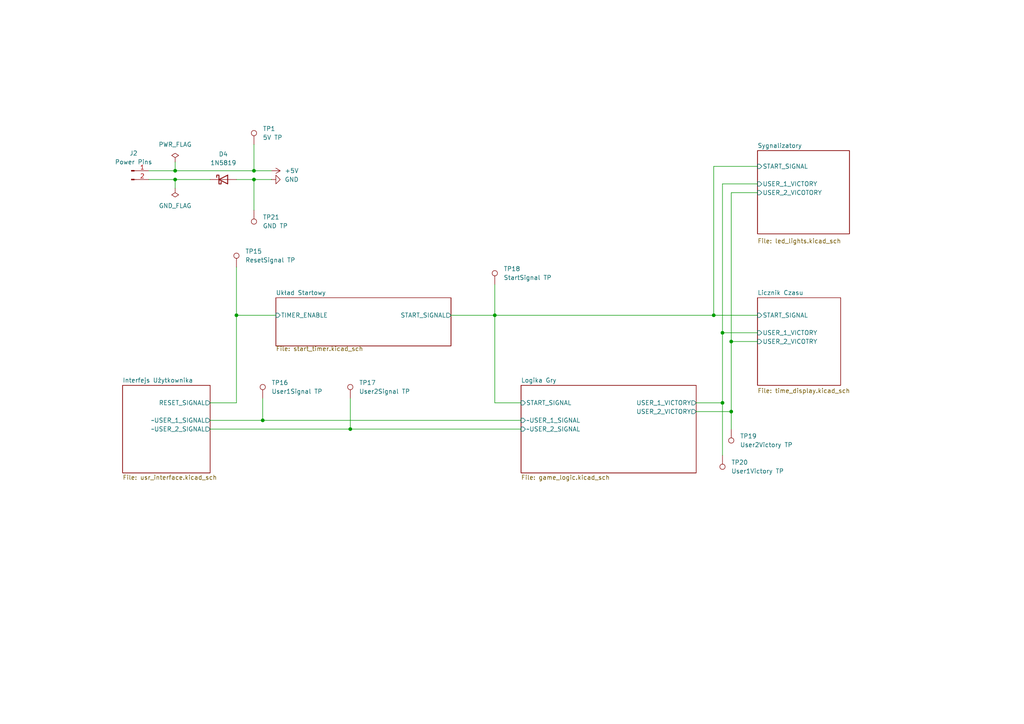
<source format=kicad_sch>
(kicad_sch (version 20231120) (generator "eeschema") (generator_version "8.0")
  (paper "A4")
  (lib_symbols
    (symbol "Connector:Conn_01x02_Pin" (pin_names (offset 1.016) hide)
      (property "Reference" "J" (at 0 2.54 0))
      (property "Value" "Conn_01x02_Pin" (at 0 -5.08 0))
      (symbol "Conn_01x02_Pin_1_1"
        (polyline (pts (xy 1.27 -2.54) (xy 0.8636 -2.54)) (stroke (width 0.1524)))
        (polyline (pts (xy 1.27 0) (xy 0.8636 0)) (stroke (width 0.1524)))
        (rectangle (start 0.8636 -2.413) (end 0 -2.667) (stroke (width 0.1524)) (fill (type outline)))
        (rectangle (start 0.8636 0.127) (end 0 -0.127) (stroke (width 0.1524)) (fill (type outline)))
        (pin passive line (at 5.08 0 180) (length 3.81) (name "Pin_1") (number "1"))
        (pin passive line (at 5.08 -2.54 180) (length 3.81) (name "Pin_2") (number "2"))
      )
    )
    (symbol "Connector:TestPoint" (pin_numbers hide) (pin_names (offset 0.762) hide)
      (property "Reference" "TP" (at 0 6.858 0))
      (property "Value" "TestPoint" (at 0 5.08 0))
      (symbol "TestPoint_0_1"
        (circle (center 0 3.302) (radius 0.762))
      )
      (symbol "TestPoint_1_1"
        (pin passive line (at 0 0 90) (length 2.54) (name "1") (number "1"))
      )
    )
    (symbol "Diode:1N5819" (pin_numbers hide) (pin_names (offset 1.016) hide)
      (property "Reference" "D" (at 0 2.54 0))
      (property "Value" "1N5819" (at 0 -2.54 0))
      (symbol "1N5819_0_1"
        (polyline (pts (xy 1.27 0) (xy -1.27 0)))
        (polyline (pts (xy 1.27 1.27) (xy 1.27 -1.27) (xy -1.27 0) (xy 1.27 1.27)) (stroke (width 0.254)))
        (polyline (pts (xy -1.905 0.635) (xy -1.905 1.27) (xy -1.27 1.27) (xy -1.27 -1.27) (xy -0.635 -1.27) (xy -0.635 -0.635)) (stroke (width 0.254)))
      )
      (symbol "1N5819_1_1"
        (pin passive line (at -3.81 0 0) (length 2.54) (name "K") (number "1"))
        (pin passive line (at 3.81 0 180) (length 2.54) (name "A") (number "2"))
      )
    )
    (symbol "power:+5V" (power) (pin_numbers hide) (pin_names (offset 0) hide)
      (property "Value" "+5V" (at 0 3.556 0))
      (symbol "+5V_0_1"
        (polyline (pts (xy -0.762 1.27) (xy 0 2.54)))
        (polyline (pts (xy 0 0) (xy 0 2.54)))
        (polyline (pts (xy 0 2.54) (xy 0.762 1.27)))
      )
      (symbol "+5V_1_1"
        (pin power_in line (at 0 0 90) (length 0) (name "~") (number "1"))
      )
    )
    (symbol "power:GND" (power) (pin_numbers hide) (pin_names (offset 0) hide)
      (property "Value" "GND" (at 0 -3.81 0))
      (symbol "GND_0_1"
        (polyline (pts (xy 0 0) (xy 0 -1.27) (xy 1.27 -1.27) (xy 0 -2.54) (xy -1.27 -1.27) (xy 0 -1.27)))
      )
      (symbol "GND_1_1"
        (pin power_in line (at 0 0 270) (length 0) (name "~") (number "1"))
      )
    )
    (symbol "power:PWR_FLAG" (power) (pin_numbers hide) (pin_names (offset 0) hide)
      (property "Value" "PWR_FLAG" (at 0 3.81 0))
      (symbol "PWR_FLAG_0_0"
        (pin power_out line (at 0 0 90) (length 0) (name "~") (number "1"))
      )
      (symbol "PWR_FLAG_0_1"
        (polyline (pts (xy 0 0) (xy 0 1.27) (xy -1.016 1.905) (xy 0 2.54) (xy 1.016 1.905) (xy 0 1.27)))
      )
    )
  )
  (junction (at 101.6 124.46))
  (junction (at 73.66 52.07))
  (junction (at 212.09 119.38))
  (junction (at 143.51 91.44))
  (junction (at 207.01 91.44))
  (junction (at 76.2 121.92))
  (junction (at 50.8 52.07))
  (junction (at 50.8 49.53))
  (junction (at 209.55 116.84))
  (junction (at 212.09 99.06))
  (junction (at 68.58 91.44))
  (junction (at 73.66 49.53))
  (junction (at 209.55 96.52))
  (wire (pts (xy 201.93 119.38) (xy 212.09 119.38)))
  (wire (pts (xy 43.18 49.53) (xy 50.8 49.53)))
  (wire (pts (xy 60.96 124.46) (xy 101.6 124.46)))
  (wire (pts (xy 219.71 91.44) (xy 207.01 91.44)))
  (wire (pts (xy 73.66 52.07) (xy 73.66 60.96)))
  (wire (pts (xy 50.8 52.07) (xy 50.8 54.61)))
  (wire (pts (xy 130.81 91.44) (xy 143.51 91.44)))
  (wire (pts (xy 68.58 91.44) (xy 68.58 116.84)))
  (wire (pts (xy 143.51 91.44) (xy 143.51 116.84)))
  (wire (pts (xy 143.51 82.55) (xy 143.51 91.44)))
  (wire (pts (xy 143.51 116.84) (xy 151.13 116.84)))
  (wire (pts (xy 73.66 41.91) (xy 73.66 49.53)))
  (wire (pts (xy 219.71 55.88) (xy 212.09 55.88)))
  (wire (pts (xy 101.6 124.46) (xy 151.13 124.46)))
  (wire (pts (xy 78.74 49.53) (xy 73.66 49.53)))
  (wire (pts (xy 50.8 46.99) (xy 50.8 49.53)))
  (wire (pts (xy 209.55 96.52) (xy 219.71 96.52)))
  (wire (pts (xy 212.09 119.38) (xy 212.09 99.06)))
  (wire (pts (xy 76.2 121.92) (xy 151.13 121.92)))
  (wire (pts (xy 73.66 52.07) (xy 68.58 52.07)))
  (wire (pts (xy 78.74 52.07) (xy 73.66 52.07)))
  (wire (pts (xy 68.58 77.47) (xy 68.58 91.44)))
  (wire (pts (xy 212.09 119.38) (xy 212.09 124.46)))
  (wire (pts (xy 50.8 49.53) (xy 73.66 49.53)))
  (wire (pts (xy 68.58 91.44) (xy 80.01 91.44)))
  (wire (pts (xy 60.96 121.92) (xy 76.2 121.92)))
  (wire (pts (xy 212.09 99.06) (xy 219.71 99.06)))
  (wire (pts (xy 207.01 48.26) (xy 207.01 91.44)))
  (wire (pts (xy 43.18 52.07) (xy 50.8 52.07)))
  (wire (pts (xy 209.55 116.84) (xy 209.55 96.52)))
  (wire (pts (xy 219.71 53.34) (xy 209.55 53.34)))
  (wire (pts (xy 209.55 116.84) (xy 209.55 132.08)))
  (wire (pts (xy 201.93 116.84) (xy 209.55 116.84)))
  (wire (pts (xy 212.09 55.88) (xy 212.09 99.06)))
  (wire (pts (xy 207.01 91.44) (xy 143.51 91.44)))
  (wire (pts (xy 101.6 115.57) (xy 101.6 124.46)))
  (wire (pts (xy 76.2 115.57) (xy 76.2 121.92)))
  (wire (pts (xy 219.71 48.26) (xy 207.01 48.26)))
  (wire (pts (xy 209.55 53.34) (xy 209.55 96.52)))
  (wire (pts (xy 68.58 116.84) (xy 60.96 116.84)))
  (wire (pts (xy 60.96 52.07) (xy 50.8 52.07)))
  (symbol (lib_id "Connector:TestPoint") (at 76.2 115.57 0) (unit 1)
    (property "Reference" "TP16" (at 78.74 110.9979 0) (effects (justify left)))
    (property "Value" "User1Signal TP" (at 78.74 113.5379 0) (effects (justify left)))
    (property "Footprint" "Connector_PinHeader_2.54mm:PinHeader_1x01_P2.54mm_Vertical" (effects (hide yes)))
    (property "Description" "test point" (effects (hide yes)))
  )
  (symbol (lib_id "Connector:TestPoint") (at 73.66 41.91 0) (unit 1)
    (property "Reference" "TP1" (at 76.2 37.3379 0) (effects (justify left)))
    (property "Value" "5V TP" (at 76.2 39.8779 0) (effects (justify left)))
    (property "Footprint" "Connector_PinHeader_2.54mm:PinHeader_1x01_P2.54mm_Vertical" (effects (hide yes)))
    (property "Description" "test point" (effects (hide yes)))
  )
  (symbol (lib_id "Connector:TestPoint") (at 209.55 132.08 180) (unit 1)
    (property "Reference" "TP20" (at 212.09 134.1119 0) (effects (justify right)))
    (property "Value" "User1Victory TP" (at 212.09 136.6519 0) (effects (justify right)))
    (property "Footprint" "Connector_PinHeader_2.54mm:PinHeader_1x01_P2.54mm_Vertical" (effects (hide yes)))
    (property "Description" "test point" (effects (hide yes)))
  )
  (symbol (lib_id "power:GND") (at 78.74 52.07 90) (unit 1)
    (property "Reference" "#PWR032" (effects (hide yes)))
    (property "Value" "GND" (at 82.55 52.0699 90) (effects (justify right)))
    (property "Description" "Power symbol creates a global label with name \"GND\" , ground" (effects (hide yes)))
  )
  (symbol (lib_id "Connector:TestPoint") (at 73.66 60.96 180) (unit 1)
    (property "Reference" "TP21" (at 76.2 62.9919 0) (effects (justify right)))
    (property "Value" "GND TP" (at 76.2 65.5319 0) (effects (justify right)))
    (property "Footprint" "Connector_PinHeader_2.54mm:PinHeader_1x01_P2.54mm_Vertical" (effects (hide yes)))
    (property "Description" "test point" (effects (hide yes)))
  )
  (symbol (lib_id "power:+5V") (at 78.74 49.53 270) (unit 1)
    (property "Reference" "#PWR031" (effects (hide yes)))
    (property "Value" "+5V" (at 82.55 49.5299 90) (effects (justify left)))
    (property "Description" "Power symbol creates a global label with name \"+5V\"" (effects (hide yes)))
  )
  (symbol (lib_id "power:PWR_FLAG") (at 50.8 46.99 0) (unit 1)
    (property "Reference" "#FLG01" (effects (hide yes)))
    (property "Value" "PWR_FLAG" (at 50.8 41.91 0))
    (property "Description" "Special symbol for telling ERC where power comes from" (effects (hide yes)))
  )
  (symbol (lib_id "Diode:1N5819") (at 64.77 52.07 0) (unit 1)
    (property "Reference" "D4" (at 64.77 44.704 0))
    (property "Value" "1N5819" (at 64.77 47.244 0))
    (property "Footprint" "Diode_THT:D_DO-41_SOD81_P10.16mm_Horizontal" (effects (hide yes)))
    (property "Datasheet" "http://www.vishay.com/docs/88525/1n5817.pdf" (effects (hide yes)))
    (property "Description" "40V 1A Schottky Barrier Rectifier Diode, DO-41" (effects (hide yes)))
  )
  (symbol (lib_id "Connector:TestPoint") (at 101.6 115.57 0) (unit 1)
    (property "Reference" "TP17" (at 104.14 110.9979 0) (effects (justify left)))
    (property "Value" "User2Signal TP" (at 104.14 113.5379 0) (effects (justify left)))
    (property "Footprint" "Connector_PinHeader_2.54mm:PinHeader_1x01_P2.54mm_Vertical" (effects (hide yes)))
    (property "Description" "test point" (effects (hide yes)))
  )
  (symbol (lib_id "Connector:Conn_01x02_Pin") (at 38.1 49.53 0) (unit 1)
    (property "Reference" "J2" (at 38.735 44.45 0))
    (property "Value" "Power Pins" (at 38.735 46.99 0))
    (property "Footprint" "Connector_Molex:Molex_KK-254_AE-6410-02A_1x02_P2.54mm_Vertical" (effects (hide yes)))
    (property "Description" "Generic connector, single row, 01x02, script generated" (effects (hide yes)))
  )
  (symbol (lib_id "Connector:TestPoint") (at 68.58 77.47 0) (unit 1)
    (property "Reference" "TP15" (at 71.12 72.8979 0) (effects (justify left)))
    (property "Value" "ResetSignal TP" (at 71.12 75.4379 0) (effects (justify left)))
    (property "Footprint" "Connector_PinHeader_2.54mm:PinHeader_1x01_P2.54mm_Vertical" (effects (hide yes)))
    (property "Description" "test point" (effects (hide yes)))
  )
  (symbol (lib_id "power:PWR_FLAG") (at 50.8 54.61 180) (unit 1)
    (property "Reference" "#FLG02" (effects (hide yes)))
    (property "Value" "GND_FLAG" (at 50.8 59.69 0))
    (property "Description" "Special symbol for telling ERC where power comes from" (effects (hide yes)))
  )
  (symbol (lib_id "Connector:TestPoint") (at 212.09 124.46 180) (unit 1)
    (property "Reference" "TP19" (at 214.63 126.4919 0) (effects (justify right)))
    (property "Value" "User2Victory TP" (at 214.63 129.0319 0) (effects (justify right)))
    (property "Footprint" "Connector_PinHeader_2.54mm:PinHeader_1x01_P2.54mm_Vertical" (effects (hide yes)))
    (property "Description" "test point" (effects (hide yes)))
  )
  (symbol (lib_id "Connector:TestPoint") (at 143.51 82.55 0) (unit 1)
    (property "Reference" "TP18" (at 146.05 77.9779 0) (effects (justify left)))
    (property "Value" "StartSignal TP" (at 146.05 80.5179 0) (effects (justify left)))
    (property "Footprint" "Connector_PinHeader_2.54mm:PinHeader_1x01_P2.54mm_Vertical" (effects (hide yes)))
    (property "Description" "test point" (effects (hide yes)))
  )
  (sheet (at 80.01 86.36) (size 50.8 13.97) (stroke (width 0.1524))
    (property "Sheetname" "Układ Startowy" (at 80.01 85.6484 0) (effects (justify left bottom)))
    (property "Sheetfile" "start_timer.kicad_sch" (at 80.01 100.4066 0) (effects (justify left top)))
    (pin "START_SIGNAL" output (at 130.81 91.44 0))
    (pin "TIMER_ENABLE" input (at 80.01 91.44 180))
  )
  (sheet (at 219.71 43.688) (size 26.67 24.13) (stroke (width 0.1524))
    (property "Sheetname" "Sygnalizatory" (at 219.71 42.9764 0) (effects (justify left bottom)))
    (property "Sheetfile" "led_lights.kicad_sch" (at 219.71 69.1646 0) (effects (justify left top)))
    (pin "USER_2_VICOTORY" input (at 219.71 55.88 180))
    (pin "USER_1_VICTORY" input (at 219.71 53.34 180))
    (pin "START_SIGNAL" input (at 219.71 48.26 180))
  )
  (sheet (at 151.13 111.76) (size 50.8 25.4) (stroke (width 0.1524))
    (property "Sheetname" "Logika Gry" (at 151.13 111.0484 0) (effects (justify left bottom)))
    (property "Sheetfile" "game_logic.kicad_sch" (at 151.13 137.7446 0) (effects (justify left top)))
    (pin "USER_1_VICTORY" output (at 201.93 116.84 0))
    (pin "USER_2_VICTORY" output (at 201.93 119.38 0))
    (pin "START_SIGNAL" input (at 151.13 116.84 180))
    (pin "~USER_2_SIGNAL" input (at 151.13 124.46 180))
    (pin "~USER_1_SIGNAL" input (at 151.13 121.92 180))
  )
  (sheet (at 35.56 111.76) (size 25.4 25.4) (stroke (width 0.1524))
    (property "Sheetname" "Interfejs Użytkownika" (at 35.56 111.0484 0) (effects (justify left bottom)))
    (property "Sheetfile" "usr_interface.kicad_sch" (at 35.56 137.7446 0) (effects (justify left top)))
    (pin "~USER_1_SIGNAL" output (at 60.96 121.92 0))
    (pin "RESET_SIGNAL" output (at 60.96 116.84 0))
    (pin "~USER_2_SIGNAL" output (at 60.96 124.46 0))
  )
  (sheet (at 219.71 86.36) (size 24.13 25.4) (stroke (width 0.1524))
    (property "Sheetname" "Licznik Czasu" (at 219.71 85.6484 0) (effects (justify left bottom)))
    (property "Sheetfile" "time_display.kicad_sch" (at 219.71 112.5986 0) (effects (justify left top)))
    (pin "START_SIGNAL" input (at 219.71 91.44 180))
    (pin "USER_1_VICTORY" input (at 219.71 96.52 180))
    (pin "USER_2_VICOTRY" input (at 219.71 99.06 180))
  )
)
</source>
